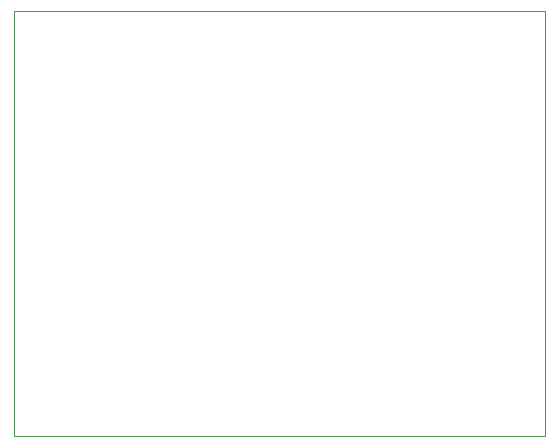
<source format=gbr>
%TF.GenerationSoftware,KiCad,Pcbnew,9.0.6*%
%TF.CreationDate,2025-11-25T21:03:32+00:00*%
%TF.ProjectId,sensor,73656e73-6f72-42e6-9b69-6361645f7063,rev?*%
%TF.SameCoordinates,Original*%
%TF.FileFunction,Profile,NP*%
%FSLAX46Y46*%
G04 Gerber Fmt 4.6, Leading zero omitted, Abs format (unit mm)*
G04 Created by KiCad (PCBNEW 9.0.6) date 2025-11-25 21:03:32*
%MOMM*%
%LPD*%
G01*
G04 APERTURE LIST*
%TA.AperFunction,Profile*%
%ADD10C,0.050000*%
%TD*%
G04 APERTURE END LIST*
D10*
X48500000Y-35000000D02*
X93500000Y-35000000D01*
X93500000Y-71000000D01*
X48500000Y-71000000D01*
X48500000Y-35000000D01*
M02*

</source>
